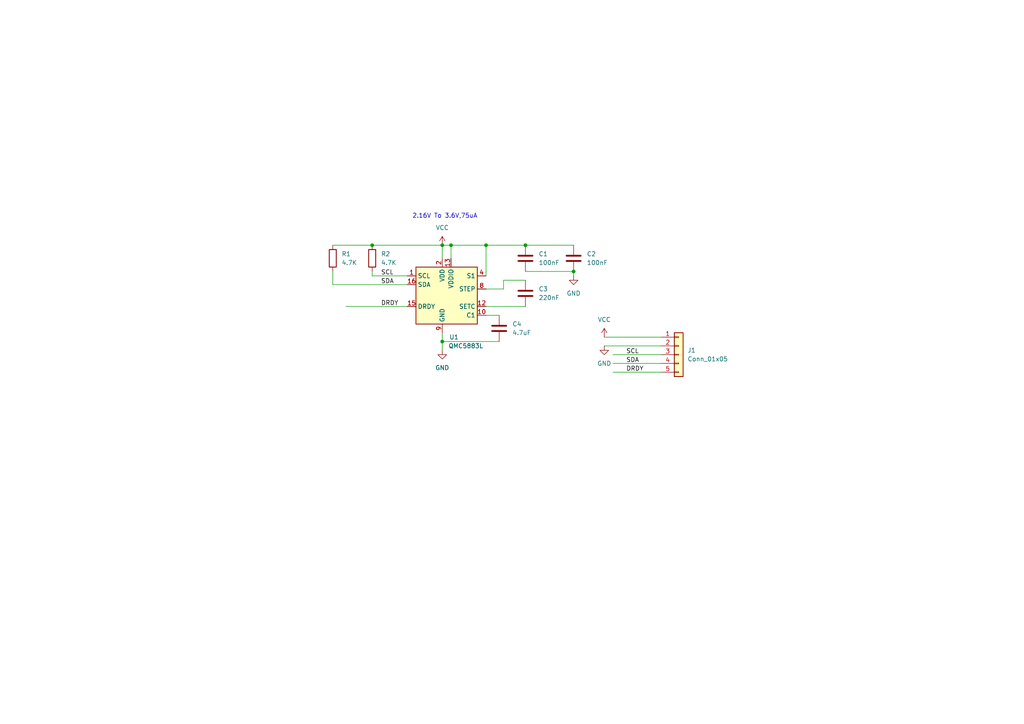
<source format=kicad_sch>
(kicad_sch (version 20250114) (generator "eeschema") (generator_version "9.0")
  (paper "A4")
  (lib_symbols
    (symbol "Connector_Generic:Conn_01x05" (pin_names (offset 1.016) (hide yes))
      (property "Reference" "J" (at 0 7.62 0))
      (property "Value" "Conn_01x05" (at 0 -7.62 0))
      (symbol "Conn_01x05_1_1"
        (rectangle (start -1.27 6.35) (end 1.27 -6.35) (stroke (width 0.254)) (fill (type background)))
        (rectangle (start -1.27 5.207) (end 0 4.953) (stroke (width 0.1524)))
        (rectangle (start -1.27 2.667) (end 0 2.413) (stroke (width 0.1524)))
        (rectangle (start -1.27 0.127) (end 0 -0.127) (stroke (width 0.1524)))
        (rectangle (start -1.27 -2.413) (end 0 -2.667) (stroke (width 0.1524)))
        (rectangle (start -1.27 -4.953) (end 0 -5.207) (stroke (width 0.1524)))
        (pin passive line (at -5.08 5.08 0) (length 3.81) (name "Pin_1") (number "1"))
        (pin passive line (at -5.08 2.54 0) (length 3.81) (name "Pin_2") (number "2"))
        (pin passive line (at -5.08 0 0) (length 3.81) (name "Pin_3") (number "3"))
        (pin passive line (at -5.08 -2.54 0) (length 3.81) (name "Pin_4") (number "4"))
        (pin passive line (at -5.08 -5.08 0) (length 3.81) (name "Pin_5") (number "5"))
      )
    )
    (symbol "PCM_Capacitor_AKL:C_1206" (pin_numbers (hide yes)) (pin_names (offset 0.254))
      (property "Reference" "C" (at 0.635 2.54 0))
      (property "Value" "C_1206" (at 0.635 -2.54 0))
      (symbol "C_1206_0_1"
        (polyline (pts (xy -2.032 0.762) (xy 2.032 0.762)) (stroke (width 0.508)))
        (polyline (pts (xy -2.032 -0.762) (xy 2.032 -0.762)) (stroke (width 0.508)))
      )
      (symbol "C_1206_0_2"
        (polyline (pts (xy -2.54 -2.54) (xy -0.381 -0.381)))
        (polyline (pts (xy -0.508 -0.508) (xy -1.651 0.635)) (stroke (width 0.508)))
        (polyline (pts (xy -0.508 -0.508) (xy 0.635 -1.651)) (stroke (width 0.508)))
        (polyline (pts (xy 0.381 0.381) (xy 2.54 2.54)))
        (polyline (pts (xy 0.508 0.508) (xy -0.635 1.651)) (stroke (width 0.508)))
        (polyline (pts (xy 0.508 0.508) (xy 1.651 -0.635)) (stroke (width 0.508)))
      )
      (symbol "C_1206_1_1"
        (pin passive line (at 0 3.81 270) (length 2.794) (name "~") (number "1"))
        (pin passive line (at 0 -3.81 90) (length 2.794) (name "~") (number "2"))
      )
      (symbol "C_1206_1_2"
        (pin passive line (at -2.54 -2.54 90) (length 0) (name "~") (number "2"))
        (pin passive line (at 2.54 2.54 270) (length 0) (name "~") (number "1"))
      )
    )
    (symbol "PCM_Resistor_AKL:R_1206" (pin_numbers (hide yes)) (pin_names (offset 0))
      (property "Reference" "R" (at 2.54 1.27 0))
      (property "Value" "R_1206" (at 2.54 -1.27 0))
      (symbol "R_1206_0_1"
        (rectangle (start -1.016 2.54) (end 1.016 -2.54) (stroke (width 0.254)))
      )
      (symbol "R_1206_0_2"
        (polyline (pts (xy -2.54 -2.54) (xy -1.524 -1.524)))
        (polyline (pts (xy 1.524 1.524) (xy 2.54 2.54)))
        (polyline (pts (xy 1.524 1.524) (xy 0.889 2.159) (xy -2.159 -0.889) (xy -0.889 -2.159) (xy 2.159 0.889) (xy 1.524 1.524)) (stroke (width 0.254)))
      )
      (symbol "R_1206_1_1"
        (pin passive line (at 0 3.81 270) (length 1.27) (name "~") (number "1"))
        (pin passive line (at 0 -3.81 90) (length 1.27) (name "~") (number "2"))
      )
      (symbol "R_1206_1_2"
        (pin passive line (at -2.54 -2.54 0) (length 0) (name "") (number "2"))
        (pin passive line (at 2.54 2.54 180) (length 0) (name "") (number "1"))
      )
    )
    (symbol "QMC5883L_1"
      (property "Reference" "U" (at -7.62 7.62 0))
      (property "Value" "QMC5883L" (at 5.08 7.62 0))
      (symbol "QMC5883L_1_0_1"
        (rectangle (start -7.62 5.08) (end 10.16 -11.43) (stroke (width 0.254)) (fill (type background)))
      )
      (symbol "QMC5883L_1_1_1"
        (pin input line (at -10.16 2.54 0) (length 2.54) (name "SCL") (number "1"))
        (pin bidirectional line (at -10.16 0 0) (length 2.54) (name "SDA") (number "16"))
        (pin output line (at -10.16 -6.35 0) (length 2.54) (name "DRDY") (number "15"))
        (pin power_in line (at 0 7.62 270) (length 2.54) (name "VDD") (number "2"))
        (pin passive line (at 0 -13.97 90) (length 2.54) (hide yes) (name "GND") (number "11"))
        (pin power_in line (at 0 -13.97 90) (length 2.54) (name "GND") (number "9"))
        (pin no_connect line (at 1.27 -2.54 180) (length 2.54) (hide yes) (name "NC") (number "14"))
        (pin no_connect line (at 1.27 -2.54 180) (length 2.54) (hide yes) (name "NC") (number "3"))
        (pin no_connect line (at 1.27 -2.54 180) (length 2.54) (hide yes) (name "NC") (number "5"))
        (pin no_connect line (at 1.27 -2.54 180) (length 2.54) (hide yes) (name "NC") (number "6"))
        (pin no_connect line (at 1.27 -2.54 180) (length 2.54) (hide yes) (name "NC") (number "7"))
        (pin power_in line (at 2.54 7.62 270) (length 2.54) (name "VDDIO") (number "13"))
        (pin passive line (at 12.7 2.54 180) (length 2.54) (name "S1") (number "4"))
        (pin passive line (at 12.7 -1.27 180) (length 2.54) (name "STEP") (number "8"))
        (pin passive line (at 12.7 -6.35 180) (length 2.54) (name "SETC") (number "12"))
        (pin passive line (at 12.7 -8.89 180) (length 2.54) (name "C1") (number "10"))
      )
    )
    (symbol "power:GND" (power) (pin_numbers (hide yes)) (pin_names (offset 0) (hide yes))
      (property "Value" "GND" (at 0 -3.81 0))
      (symbol "GND_0_1"
        (polyline (pts (xy 0 0) (xy 0 -1.27) (xy 1.27 -1.27) (xy 0 -2.54) (xy -1.27 -1.27) (xy 0 -1.27)))
      )
      (symbol "GND_1_1"
        (pin power_in line (at 0 0 270) (length 0) (name "~") (number "1"))
      )
    )
    (symbol "power:VCC" (power) (pin_numbers (hide yes)) (pin_names (offset 0) (hide yes))
      (property "Value" "VCC" (at 0 3.556 0))
      (symbol "VCC_0_1"
        (polyline (pts (xy -0.762 1.27) (xy 0 2.54)))
        (polyline (pts (xy 0 2.54) (xy 0.762 1.27)))
        (polyline (pts (xy 0 0) (xy 0 2.54)))
      )
      (symbol "VCC_1_1"
        (pin power_in line (at 0 0 90) (length 0) (name "~") (number "1"))
      )
    )
  )
  (text "2.16V To 3.6V,75uA" (at 129.032 62.738 0) (effects (font (size 1.27 1.27))))
  (junction (at 128.27 71.12))
  (junction (at 140.97 71.12))
  (junction (at 128.27 99.06))
  (junction (at 130.81 71.12))
  (junction (at 107.95 71.12))
  (junction (at 152.4 71.12))
  (junction (at 166.37 78.74))
  (wire (pts (xy 96.52 71.12) (xy 107.95 71.12)))
  (wire (pts (xy 146.05 83.82) (xy 146.05 81.28)))
  (wire (pts (xy 128.27 74.93) (xy 128.27 71.12)))
  (wire (pts (xy 128.27 71.12) (xy 130.81 71.12)))
  (wire (pts (xy 130.81 71.12) (xy 130.81 74.93)))
  (wire (pts (xy 140.97 83.82) (xy 146.05 83.82)))
  (wire (pts (xy 128.27 99.06) (xy 128.27 96.52)))
  (wire (pts (xy 177.8 102.87) (xy 191.77 102.87)))
  (wire (pts (xy 140.97 71.12) (xy 140.97 80.01)))
  (wire (pts (xy 107.95 80.01) (xy 107.95 78.74)))
  (wire (pts (xy 140.97 88.9) (xy 152.4 88.9)))
  (wire (pts (xy 152.4 71.12) (xy 166.37 71.12)))
  (wire (pts (xy 128.27 99.06) (xy 144.78 99.06)))
  (wire (pts (xy 100.33 88.9) (xy 118.11 88.9)))
  (wire (pts (xy 175.26 100.33) (xy 191.77 100.33)))
  (wire (pts (xy 107.95 71.12) (xy 128.27 71.12)))
  (wire (pts (xy 140.97 91.44) (xy 144.78 91.44)))
  (wire (pts (xy 118.11 80.01) (xy 107.95 80.01)))
  (wire (pts (xy 128.27 101.6) (xy 128.27 99.06)))
  (wire (pts (xy 96.52 82.55) (xy 96.52 78.74)))
  (wire (pts (xy 177.8 107.95) (xy 191.77 107.95)))
  (wire (pts (xy 146.05 81.28) (xy 152.4 81.28)))
  (wire (pts (xy 177.8 105.41) (xy 191.77 105.41)))
  (wire (pts (xy 130.81 71.12) (xy 140.97 71.12)))
  (wire (pts (xy 166.37 78.74) (xy 166.37 80.01)))
  (wire (pts (xy 118.11 82.55) (xy 96.52 82.55)))
  (wire (pts (xy 140.97 71.12) (xy 152.4 71.12)))
  (wire (pts (xy 152.4 78.74) (xy 166.37 78.74)))
  (wire (pts (xy 175.26 97.79) (xy 191.77 97.79)))
  (label "SDA" (at 181.61 105.41 0))
  (label "SCL" (at 110.49 80.01 0))
  (label "DRDY" (at 110.49 88.9 0))
  (label "SCL" (at 181.61 102.87 0))
  (label "DRDY" (at 181.61 107.95 0))
  (label "SDA" (at 110.49 82.55 0))
  (symbol (lib_id "PCM_Resistor_AKL:R_1206") (at 96.52 74.93 0) (unit 1)
    (property "Reference" "R1" (at 99.06 73.6599 0) (effects (justify left)))
    (property "Value" "4.7K" (at 99.06 76.1999 0) (effects (justify left)))
    (property "Footprint" "PCM_Resistor_SMD_AKL:R_1206_3216Metric" (effects (hide yes)))
    (property "Description" "SMD 1206 Chip Resistor, European Symbol, Alternate KiCad Library" (effects (hide yes)))
  )
  (symbol (lib_id "power:GND") (at 175.26 100.33 0) (unit 1)
    (property "Reference" "#PWR04" (effects (hide yes)))
    (property "Value" "GND" (at 175.26 105.41 0))
    (property "Description" "Power symbol creates a global label with name \"GND\" , ground" (effects (hide yes)))
  )
  (symbol (lib_id "PCM_Capacitor_AKL:C_1206") (at 152.4 74.93 0) (unit 1)
    (property "Reference" "C1" (at 156.21 73.6599 0) (effects (justify left)))
    (property "Value" "100nF" (at 156.21 76.1999 0) (effects (justify left)))
    (property "Footprint" "PCM_Capacitor_SMD_AKL:C_1206_3216Metric" (effects (hide yes)))
    (property "Description" "SMD 1206 MLCC capacitor, Alternate KiCad Library" (effects (hide yes)))
  )
  (symbol (lib_id "power:VCC") (at 175.26 97.79 0) (unit 1)
    (property "Reference" "#PWR03" (effects (hide yes)))
    (property "Value" "VCC" (at 175.26 92.71 0))
    (property "Description" "Power symbol creates a global label with name \"VCC\"" (effects (hide yes)))
  )
  (symbol (lib_id "PCM_Resistor_AKL:R_1206") (at 107.95 74.93 0) (unit 1)
    (property "Reference" "R2" (at 110.49 73.6599 0) (effects (justify left)))
    (property "Value" "4.7K" (at 110.49 76.1999 0) (effects (justify left)))
    (property "Footprint" "PCM_Resistor_SMD_AKL:R_1206_3216Metric" (effects (hide yes)))
    (property "Description" "SMD 1206 Chip Resistor, European Symbol, Alternate KiCad Library" (effects (hide yes)))
  )
  (symbol (lib_id "PCM_Capacitor_AKL:C_1206") (at 144.78 95.25 0) (unit 1)
    (property "Reference" "C4" (at 148.59 93.9799 0) (effects (justify left)))
    (property "Value" "4.7uF" (at 148.59 96.5199 0) (effects (justify left)))
    (property "Footprint" "PCM_Capacitor_SMD_AKL:C_1206_3216Metric" (effects (hide yes)))
    (property "Description" "SMD 1206 MLCC capacitor, Alternate KiCad Library" (effects (hide yes)))
  )
  (symbol (lib_id "PCM_Capacitor_AKL:C_1206") (at 152.4 85.09 0) (unit 1)
    (property "Reference" "C3" (at 156.21 83.8199 0) (effects (justify left)))
    (property "Value" "220nF" (at 156.21 86.3599 0) (effects (justify left)))
    (property "Footprint" "PCM_Capacitor_SMD_AKL:C_1206_3216Metric" (effects (hide yes)))
    (property "Description" "SMD 1206 MLCC capacitor, Alternate KiCad Library" (effects (hide yes)))
  )
  (symbol (lib_id "Connector_Generic:Conn_01x05") (at 196.85 102.87 0) (unit 1)
    (property "Reference" "J1" (at 199.39 101.5999 0) (effects (justify left)))
    (property "Value" "Conn_01x05" (at 199.39 104.1399 0) (effects (justify left)))
    (property "Footprint" "Connector_PinHeader_2.54mm:PinHeader_1x05_P2.54mm_Vertical" (effects (hide yes)))
    (property "Description" "Generic connector, single row, 01x05, script generated (kicad-library-utils/schlib/autogen/connector/)" (effects (hide yes)))
  )
  (symbol (lib_id "PCM_Capacitor_AKL:C_1206") (at 166.37 74.93 0) (unit 1)
    (property "Reference" "C2" (at 170.18 73.6599 0) (effects (justify left)))
    (property "Value" "100nF" (at 170.18 76.1999 0) (effects (justify left)))
    (property "Footprint" "PCM_Capacitor_SMD_AKL:C_1206_3216Metric" (effects (hide yes)))
    (property "Description" "SMD 1206 MLCC capacitor, Alternate KiCad Library" (effects (hide yes)))
  )
  (symbol (lib_id "power:GND") (at 166.37 80.01 0) (unit 1)
    (property "Reference" "#PWR02" (effects (hide yes)))
    (property "Value" "GND" (at 166.37 85.09 0))
    (property "Description" "Power symbol creates a global label with name \"GND\" , ground" (effects (hide yes)))
  )
  (symbol (lib_id "power:VCC") (at 128.27 71.12 0) (unit 1)
    (property "Reference" "#PWR01" (effects (hide yes)))
    (property "Value" "VCC" (at 128.27 66.04 0))
    (property "Description" "Power symbol creates a global label with name \"VCC\"" (effects (hide yes)))
  )
  (symbol (lib_name "QMC5883L_1") (lib_id "Library:QMC5883L") (at 128.27 82.55 0) (unit 1)
    (property "Reference" "U1" (at 130.302 97.79 0) (effects (justify left)))
    (property "Value" "QMC5883L" (at 130.048 100.33 0) (effects (justify left)))
    (property "Footprint" "Library:LGA-16_3x3mm_P0.5mm" (effects (hide yes)))
    (property "Datasheet" "https://www.jlc-smt.com/lcsc/detail?componentCode=C976032" (effects (hide yes)))
    (property "Description" "3-axis Magnetic Sensor, I2C Interface, LGA-16(3x3)" (effects (hide yes)))
  )
  (symbol (lib_id "power:GND") (at 128.27 101.6 0) (unit 1)
    (property "Reference" "#PWR05" (effects (hide yes)))
    (property "Value" "GND" (at 128.27 106.68 0))
    (property "Description" "Power symbol creates a global label with name \"GND\" , ground" (effects (hide yes)))
  )
)
</source>
